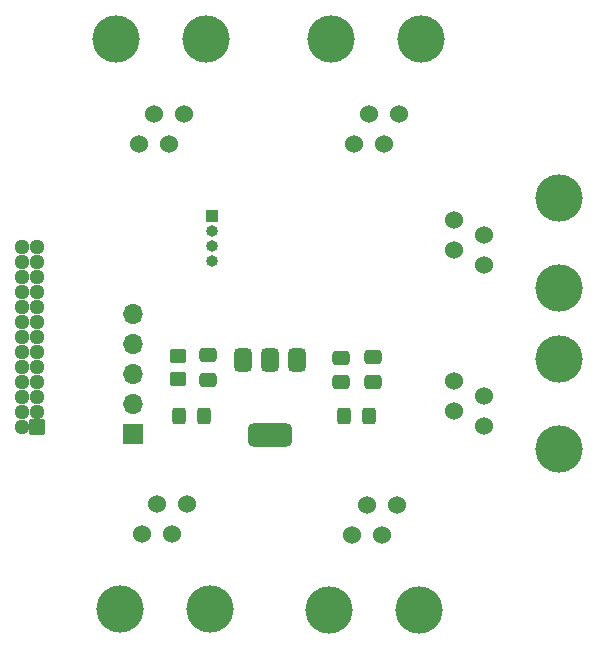
<source format=gbr>
%TF.GenerationSoftware,KiCad,Pcbnew,8.0.1-8.0.1-1~ubuntu22.04.1*%
%TF.CreationDate,2024-05-08T14:36:01-04:00*%
%TF.ProjectId,imu-splitter,696d752d-7370-46c6-9974-7465722e6b69,rev?*%
%TF.SameCoordinates,Original*%
%TF.FileFunction,Soldermask,Top*%
%TF.FilePolarity,Negative*%
%FSLAX46Y46*%
G04 Gerber Fmt 4.6, Leading zero omitted, Abs format (unit mm)*
G04 Created by KiCad (PCBNEW 8.0.1-8.0.1-1~ubuntu22.04.1) date 2024-05-08 14:36:01*
%MOMM*%
%LPD*%
G01*
G04 APERTURE LIST*
G04 Aperture macros list*
%AMRoundRect*
0 Rectangle with rounded corners*
0 $1 Rounding radius*
0 $2 $3 $4 $5 $6 $7 $8 $9 X,Y pos of 4 corners*
0 Add a 4 corners polygon primitive as box body*
4,1,4,$2,$3,$4,$5,$6,$7,$8,$9,$2,$3,0*
0 Add four circle primitives for the rounded corners*
1,1,$1+$1,$2,$3*
1,1,$1+$1,$4,$5*
1,1,$1+$1,$6,$7*
1,1,$1+$1,$8,$9*
0 Add four rect primitives between the rounded corners*
20,1,$1+$1,$2,$3,$4,$5,0*
20,1,$1+$1,$4,$5,$6,$7,0*
20,1,$1+$1,$6,$7,$8,$9,0*
20,1,$1+$1,$8,$9,$2,$3,0*%
G04 Aperture macros list end*
%ADD10C,1.524000*%
%ADD11C,4.000000*%
%ADD12RoundRect,0.250000X-0.475000X0.337500X-0.475000X-0.337500X0.475000X-0.337500X0.475000X0.337500X0*%
%ADD13R,1.000000X1.000000*%
%ADD14O,1.000000X1.000000*%
%ADD15RoundRect,0.102000X0.545000X-0.545000X0.545000X0.545000X-0.545000X0.545000X-0.545000X-0.545000X0*%
%ADD16C,1.294000*%
%ADD17RoundRect,0.250000X-0.325000X-0.450000X0.325000X-0.450000X0.325000X0.450000X-0.325000X0.450000X0*%
%ADD18R,1.700000X1.700000*%
%ADD19O,1.700000X1.700000*%
%ADD20RoundRect,0.375000X-0.375000X0.625000X-0.375000X-0.625000X0.375000X-0.625000X0.375000X0.625000X0*%
%ADD21RoundRect,0.500000X-1.400000X0.500000X-1.400000X-0.500000X1.400000X-0.500000X1.400000X0.500000X0*%
%ADD22RoundRect,0.250000X0.325000X0.450000X-0.325000X0.450000X-0.325000X-0.450000X0.325000X-0.450000X0*%
%ADD23RoundRect,0.250000X-0.450000X0.350000X-0.450000X-0.350000X0.450000X-0.350000X0.450000X0.350000X0*%
G04 APERTURE END LIST*
D10*
%TO.C,J6*%
X182720000Y-84000000D03*
X181450000Y-86540000D03*
X180180000Y-84000000D03*
X178910000Y-86540000D03*
D11*
X184625000Y-77650000D03*
X177000000Y-77650000D03*
%TD*%
D12*
%TO.C,C1*%
X184757000Y-104449500D03*
X184757000Y-106524500D03*
%TD*%
D13*
%TO.C,J8*%
X185091000Y-92676000D03*
D14*
X185091000Y-93946000D03*
X185091000Y-95216000D03*
X185091000Y-96486000D03*
%TD*%
D12*
%TO.C,C2*%
X196000000Y-104637500D03*
X196000000Y-106712500D03*
%TD*%
D15*
%TO.C,J7*%
X170262500Y-110532500D03*
D16*
X168992500Y-110532500D03*
X170262500Y-109262500D03*
X168992500Y-109262500D03*
X170262500Y-107992500D03*
X168992500Y-107992500D03*
X170262500Y-106722500D03*
X168992500Y-106722500D03*
X170262500Y-105452500D03*
X168992500Y-105452500D03*
X170262500Y-104182500D03*
X168992500Y-104182500D03*
X170262500Y-102912500D03*
X168992500Y-102912500D03*
X170262500Y-101642500D03*
X168992500Y-101642500D03*
X170262500Y-100372500D03*
X168992500Y-100372500D03*
X170262500Y-99102500D03*
X168992500Y-99102500D03*
X170262500Y-97832500D03*
X168992500Y-97832500D03*
X170262500Y-96562500D03*
X168992500Y-96562500D03*
X170262500Y-95292500D03*
X168992500Y-95292500D03*
%TD*%
D10*
%TO.C,J1*%
X179190000Y-119540000D03*
X180460000Y-117000000D03*
X181730000Y-119540000D03*
X183000000Y-117000000D03*
D11*
X177285000Y-125890000D03*
X184910000Y-125890000D03*
%TD*%
D10*
%TO.C,J2*%
X196905000Y-119650000D03*
X198175000Y-117110000D03*
X199445000Y-119650000D03*
X200715000Y-117110000D03*
D11*
X195000000Y-126000000D03*
X202625000Y-126000000D03*
%TD*%
D17*
%TO.C,D2*%
X196305000Y-109551000D03*
X198355000Y-109551000D03*
%TD*%
D18*
%TO.C,J9*%
X178407000Y-111075000D03*
D19*
X178407000Y-108535000D03*
X178407000Y-105995000D03*
X178407000Y-103455000D03*
X178407000Y-100915000D03*
%TD*%
D20*
%TO.C,U1*%
X192300000Y-104850000D03*
X190000000Y-104850000D03*
D21*
X190000000Y-111150000D03*
D20*
X187700000Y-104850000D03*
%TD*%
D22*
%TO.C,D1*%
X184385000Y-109551000D03*
X182335000Y-109551000D03*
%TD*%
D23*
%TO.C,R1*%
X182217000Y-104487000D03*
X182217000Y-106487000D03*
%TD*%
D12*
%TO.C,R2*%
X198727000Y-104598000D03*
X198727000Y-106673000D03*
%TD*%
D10*
%TO.C,J4*%
X208125000Y-96810000D03*
X205585000Y-95540000D03*
X208125000Y-94270000D03*
X205585000Y-93000000D03*
D11*
X214475000Y-98715000D03*
X214475000Y-91090000D03*
%TD*%
D10*
%TO.C,J3*%
X208125000Y-110440000D03*
X205585000Y-109170000D03*
X208125000Y-107900000D03*
X205585000Y-106630000D03*
D11*
X214475000Y-112345000D03*
X214475000Y-104720000D03*
%TD*%
D10*
%TO.C,J5*%
X200907500Y-84000000D03*
X199637500Y-86540000D03*
X198367500Y-84000000D03*
X197097500Y-86540000D03*
D11*
X202812500Y-77650000D03*
X195187500Y-77650000D03*
%TD*%
M02*

</source>
